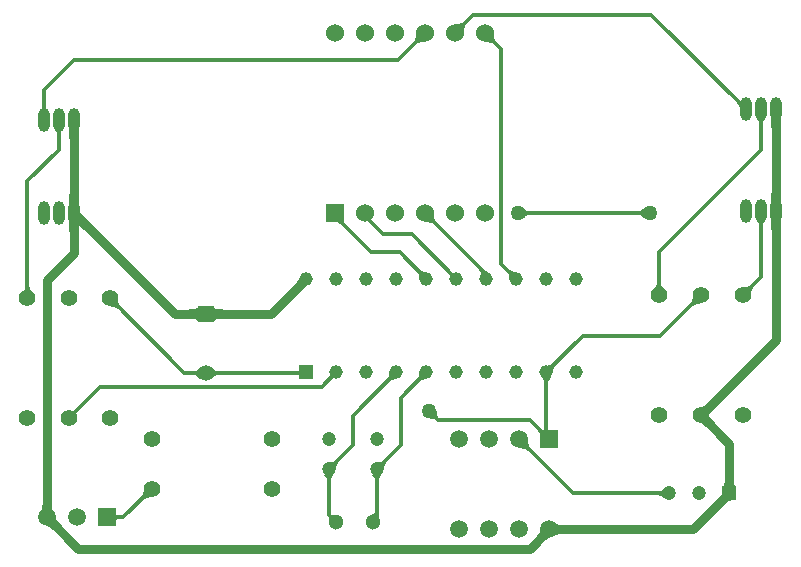
<source format=gtl>
G04 Layer_Physical_Order=1*
G04 Layer_Color=255*
%FSLAX25Y25*%
%MOIN*%
G70*
G01*
G75*
%ADD10C,0.01200*%
%ADD11C,0.03000*%
%ADD12C,0.06000*%
%ADD13R,0.06000X0.06000*%
%ADD14C,0.04724*%
%ADD15R,0.04724X0.04724*%
%ADD16R,0.04563X0.04563*%
%ADD17C,0.04563*%
%ADD18O,0.03937X0.07874*%
%ADD19O,0.03937X0.07874*%
%ADD20C,0.05512*%
%ADD21R,0.05315X0.05315*%
%ADD22C,0.05315*%
%ADD23R,0.05905X0.05905*%
%ADD24C,0.05905*%
%ADD25C,0.05118*%
%ADD26C,0.05905*%
%ADD27R,0.05905X0.05905*%
%ADD28C,0.05000*%
G36*
X11504Y-43338D02*
X11556Y-43911D01*
X11604Y-44170D01*
X11667Y-44412D01*
X11745Y-44636D01*
X11837Y-44842D01*
X11943Y-45030D01*
X12065Y-45200D01*
X12201Y-45353D01*
X11353Y-46201D01*
X11200Y-46065D01*
X11030Y-45943D01*
X10842Y-45837D01*
X10636Y-45745D01*
X10412Y-45667D01*
X10170Y-45604D01*
X9911Y-45556D01*
X9633Y-45523D01*
X9338Y-45504D01*
X9025Y-45500D01*
X11500Y-43025D01*
X11504Y-43338D01*
D02*
G37*
G36*
X103365Y-42757D02*
X103153Y-42974D01*
X102652Y-43566D01*
X102530Y-43743D01*
X102430Y-43909D01*
X102353Y-44066D01*
X102298Y-44212D01*
X102266Y-44347D01*
X102256Y-44472D01*
X99528Y-41744D01*
X99653Y-41734D01*
X99788Y-41702D01*
X99934Y-41647D01*
X100091Y-41570D01*
X100257Y-41470D01*
X100434Y-41348D01*
X100621Y-41203D01*
X101025Y-40847D01*
X101243Y-40635D01*
X103365Y-42757D01*
D02*
G37*
G36*
X49408Y-31951D02*
X49238Y-32146D01*
X49088Y-32340D01*
X48959Y-32535D01*
X48849Y-32729D01*
X48759Y-32923D01*
X48690Y-33117D01*
X48640Y-33310D01*
X48610Y-33503D01*
X48600Y-33696D01*
X47400D01*
X47390Y-33503D01*
X47360Y-33310D01*
X47310Y-33117D01*
X47240Y-32923D01*
X47151Y-32729D01*
X47041Y-32535D01*
X46911Y-32340D01*
X46762Y-32146D01*
X46592Y-31951D01*
X46403Y-31755D01*
X49597D01*
X49408Y-31951D01*
D02*
G37*
G36*
X102266Y-44653D02*
X102298Y-44789D01*
X102353Y-44934D01*
X102430Y-45090D01*
X102530Y-45257D01*
X102652Y-45434D01*
X102797Y-45621D01*
X103153Y-46025D01*
X103365Y-46243D01*
X101243Y-48365D01*
X101025Y-48153D01*
X100434Y-47652D01*
X100257Y-47530D01*
X100091Y-47430D01*
X99934Y-47353D01*
X99788Y-47298D01*
X99653Y-47266D01*
X99528Y-47256D01*
X102256Y-44528D01*
X102266Y-44653D01*
D02*
G37*
G36*
X-5458Y-60307D02*
X-5590Y-60453D01*
X-5708Y-60616D01*
X-5811Y-60794D01*
X-5900Y-60987D01*
X-5975Y-61196D01*
X-6036Y-61421D01*
X-6083Y-61661D01*
X-6115Y-61918D01*
X-6134Y-62189D01*
X-6138Y-62476D01*
X-8476Y-60138D01*
X-8189Y-60134D01*
X-7918Y-60115D01*
X-7661Y-60083D01*
X-7421Y-60036D01*
X-7196Y-59975D01*
X-6987Y-59900D01*
X-6794Y-59811D01*
X-6616Y-59707D01*
X-6453Y-59590D01*
X-6306Y-59458D01*
X-5458Y-60307D01*
D02*
G37*
G36*
X41957Y-52928D02*
X42013Y-53648D01*
X42066Y-53970D01*
X42134Y-54267D01*
X42219Y-54539D01*
X42321Y-54785D01*
X42438Y-55006D01*
X42572Y-55202D01*
X42721Y-55373D01*
X41873Y-56221D01*
X41702Y-56072D01*
X41506Y-55938D01*
X41285Y-55821D01*
X41039Y-55720D01*
X40767Y-55634D01*
X40470Y-55566D01*
X40148Y-55513D01*
X39801Y-55477D01*
X39029Y-55453D01*
X41953Y-52530D01*
X41957Y-52928D01*
D02*
G37*
G36*
X48606Y-48590D02*
X48624Y-48797D01*
X48654Y-48978D01*
X48696Y-49136D01*
X48750Y-49269D01*
X48816Y-49378D01*
X48894Y-49463D01*
X48984Y-49524D01*
X49086Y-49560D01*
X49200Y-49572D01*
X47757D01*
X46072Y-51257D01*
X46139Y-51165D01*
X46172Y-51056D01*
X46170Y-50929D01*
X46135Y-50785D01*
X46066Y-50624D01*
X45963Y-50446D01*
X45826Y-50250D01*
X45655Y-50037D01*
X45212Y-49560D01*
X46060Y-48712D01*
X46307Y-48950D01*
X46750Y-49326D01*
X46946Y-49463D01*
X47032Y-49513D01*
X47106Y-49463D01*
X47184Y-49378D01*
X47250Y-49269D01*
X47304Y-49136D01*
X47346Y-48978D01*
X47376Y-48797D01*
X47394Y-48590D01*
X47400Y-48360D01*
X48600D01*
X48606Y-48590D01*
D02*
G37*
G36*
X-34257Y-31543D02*
X-34269Y-31429D01*
X-34305Y-31327D01*
X-34366Y-31237D01*
X-34450Y-31159D01*
X-34560Y-31093D01*
X-34693Y-31039D01*
X-34850Y-30997D01*
X-35032Y-30967D01*
X-35238Y-30949D01*
X-35469Y-30943D01*
Y-29743D01*
X-35238Y-29737D01*
X-35032Y-29719D01*
X-34850Y-29689D01*
X-34693Y-29647D01*
X-34560Y-29593D01*
X-34450Y-29527D01*
X-34366Y-29449D01*
X-34305Y-29359D01*
X-34269Y-29257D01*
X-34257Y-29143D01*
Y-31543D01*
D02*
G37*
G36*
X50949Y-28026D02*
X50819Y-28169D01*
X50704Y-28327D01*
X50603Y-28499D01*
X50515Y-28685D01*
X50441Y-28886D01*
X50381Y-29101D01*
X50336Y-29330D01*
X50304Y-29573D01*
X50286Y-29831D01*
X50281Y-30103D01*
X48023Y-27845D01*
X48295Y-27841D01*
X48553Y-27822D01*
X48796Y-27790D01*
X49025Y-27744D01*
X49240Y-27685D01*
X49441Y-27611D01*
X49627Y-27523D01*
X49799Y-27422D01*
X49957Y-27307D01*
X50100Y-27177D01*
X50949Y-28026D01*
D02*
G37*
G36*
X-68145Y-13302D02*
X-68174Y-13084D01*
X-68265Y-12890D01*
X-68414Y-12718D01*
X-68625Y-12569D01*
X-68894Y-12444D01*
X-69225Y-12341D01*
X-69614Y-12260D01*
X-70065Y-12203D01*
X-70574Y-12169D01*
X-71144Y-12157D01*
Y-9157D01*
X-70574Y-9146D01*
X-69614Y-9054D01*
X-69225Y-8974D01*
X-68894Y-8871D01*
X-68625Y-8745D01*
X-68414Y-8597D01*
X-68265Y-8425D01*
X-68174Y-8230D01*
X-68145Y-8013D01*
Y-13302D01*
D02*
G37*
G36*
X-63357Y-28722D02*
X-62878Y-29125D01*
X-62644Y-29289D01*
X-62413Y-29427D01*
X-62186Y-29541D01*
X-61963Y-29629D01*
X-61744Y-29692D01*
X-61528Y-29730D01*
X-61317Y-29743D01*
Y-30943D01*
X-61528Y-30955D01*
X-61744Y-30993D01*
X-61963Y-31056D01*
X-62186Y-31144D01*
X-62413Y-31258D01*
X-62644Y-31396D01*
X-62878Y-31560D01*
X-63116Y-31749D01*
X-63357Y-31963D01*
X-63602Y-32203D01*
Y-28482D01*
X-63357Y-28722D01*
D02*
G37*
G36*
X-2023Y-32407D02*
X-2295Y-32412D01*
X-2553Y-32430D01*
X-2796Y-32462D01*
X-3025Y-32508D01*
X-3240Y-32567D01*
X-3441Y-32641D01*
X-3627Y-32728D01*
X-3799Y-32830D01*
X-3957Y-32945D01*
X-4100Y-33075D01*
X-4949Y-32226D01*
X-4819Y-32083D01*
X-4704Y-31925D01*
X-4603Y-31753D01*
X-4515Y-31567D01*
X-4441Y-31366D01*
X-4382Y-31151D01*
X-4336Y-30922D01*
X-4304Y-30679D01*
X-4285Y-30421D01*
X-4281Y-30149D01*
X-2023Y-32407D01*
D02*
G37*
G36*
X7977D02*
X7705Y-32412D01*
X7447Y-32430D01*
X7204Y-32462D01*
X6975Y-32508D01*
X6760Y-32567D01*
X6559Y-32641D01*
X6373Y-32728D01*
X6201Y-32830D01*
X6043Y-32945D01*
X5900Y-33075D01*
X5051Y-32226D01*
X5181Y-32083D01*
X5296Y-31925D01*
X5398Y-31753D01*
X5485Y-31567D01*
X5559Y-31366D01*
X5618Y-31151D01*
X5664Y-30922D01*
X5696Y-30679D01*
X5714Y-30421D01*
X5719Y-30149D01*
X7977Y-32407D01*
D02*
G37*
G36*
X-67398Y-32203D02*
X-67643Y-31963D01*
X-68122Y-31560D01*
X-68356Y-31396D01*
X-68587Y-31258D01*
X-68814Y-31144D01*
X-69037Y-31056D01*
X-69256Y-30993D01*
X-69472Y-30955D01*
X-69683Y-30943D01*
Y-29743D01*
X-69472Y-29730D01*
X-69256Y-29692D01*
X-69037Y-29629D01*
X-68814Y-29541D01*
X-68587Y-29427D01*
X-68356Y-29289D01*
X-68122Y-29125D01*
X-67884Y-28936D01*
X-67643Y-28722D01*
X-67398Y-28482D01*
Y-32203D01*
D02*
G37*
G36*
X-7900Y-76865D02*
X-7895Y-77040D01*
X-7859Y-77435D01*
X-7826Y-77655D01*
X-7675Y-78404D01*
X-7440Y-79286D01*
X-10400Y-77491D01*
X-10153Y-77429D01*
X-9932Y-77349D01*
X-9737Y-77250D01*
X-9568Y-77133D01*
X-9425Y-76996D01*
X-9308Y-76841D01*
X-9217Y-76667D01*
X-9152Y-76474D01*
X-9113Y-76263D01*
X-9100Y-76033D01*
X-7900Y-76865D01*
D02*
G37*
G36*
X-23955Y-77294D02*
X-23728Y-77478D01*
X-23622Y-77548D01*
X-23521Y-77601D01*
X-23426Y-77640D01*
X-23334Y-77663D01*
X-23248Y-77671D01*
X-23167Y-77663D01*
X-23091Y-77640D01*
X-24463Y-79012D01*
X-24440Y-78935D01*
X-24432Y-78854D01*
X-24440Y-78768D01*
X-24463Y-78677D01*
X-24501Y-78581D01*
X-24555Y-78480D01*
X-24624Y-78374D01*
X-24709Y-78263D01*
X-24809Y-78147D01*
X-24924Y-78027D01*
X-24076Y-77178D01*
X-23955Y-77294D01*
D02*
G37*
G36*
X-116994Y-74504D02*
X-116949Y-75077D01*
X-116909Y-75330D01*
X-116858Y-75562D01*
X-116796Y-75772D01*
X-116722Y-75959D01*
X-116637Y-76125D01*
X-116541Y-76269D01*
X-116433Y-76391D01*
X-120567D01*
X-120459Y-76269D01*
X-120363Y-76125D01*
X-120278Y-75959D01*
X-120204Y-75772D01*
X-120142Y-75562D01*
X-120091Y-75330D01*
X-120051Y-75077D01*
X-120023Y-74801D01*
X-120000Y-74185D01*
X-117000D01*
X-116994Y-74504D01*
D02*
G37*
G36*
X-95560Y-77414D02*
X-95524Y-77516D01*
X-95463Y-77606D01*
X-95378Y-77684D01*
X-95269Y-77750D01*
X-95136Y-77804D01*
X-94978Y-77846D01*
X-94797Y-77876D01*
X-94591Y-77894D01*
X-94360Y-77900D01*
Y-79100D01*
X-94591Y-79106D01*
X-94797Y-79124D01*
X-94978Y-79154D01*
X-95136Y-79196D01*
X-95269Y-79250D01*
X-95378Y-79316D01*
X-95463Y-79394D01*
X-95524Y-79484D01*
X-95560Y-79586D01*
X-95572Y-79700D01*
Y-77300D01*
X-95560Y-77414D01*
D02*
G37*
G36*
X48970Y-85453D02*
X48808Y-85463D01*
X48638Y-85496D01*
X48461Y-85554D01*
X48276Y-85634D01*
X48083Y-85738D01*
X47883Y-85866D01*
X47676Y-86017D01*
X47461Y-86192D01*
X47010Y-86612D01*
X44888Y-84491D01*
X45110Y-84261D01*
X45483Y-83824D01*
X45634Y-83617D01*
X45762Y-83417D01*
X45866Y-83224D01*
X45946Y-83039D01*
X46004Y-82862D01*
X46037Y-82692D01*
X46047Y-82529D01*
X48970Y-85453D01*
D02*
G37*
G36*
X51231Y-80541D02*
X51375Y-80637D01*
X51541Y-80722D01*
X51728Y-80796D01*
X51938Y-80858D01*
X52170Y-80909D01*
X52423Y-80949D01*
X52699Y-80977D01*
X53315Y-81000D01*
Y-84000D01*
X52996Y-84006D01*
X52423Y-84051D01*
X52170Y-84091D01*
X51938Y-84142D01*
X51728Y-84204D01*
X51541Y-84278D01*
X51375Y-84363D01*
X51231Y-84459D01*
X51109Y-84567D01*
Y-80433D01*
X51231Y-80541D01*
D02*
G37*
G36*
X-115537Y-78692D02*
X-115504Y-78862D01*
X-115446Y-79039D01*
X-115366Y-79224D01*
X-115262Y-79417D01*
X-115134Y-79616D01*
X-114983Y-79824D01*
X-114808Y-80039D01*
X-114388Y-80490D01*
X-116509Y-82612D01*
X-116739Y-82390D01*
X-117176Y-82017D01*
X-117384Y-81866D01*
X-117583Y-81739D01*
X-117776Y-81634D01*
X-117961Y-81554D01*
X-118138Y-81496D01*
X-118308Y-81463D01*
X-118471Y-81453D01*
X-115547Y-78530D01*
X-115537Y-78692D01*
D02*
G37*
G36*
X-23047Y-64393D02*
X-23226Y-64598D01*
X-23384Y-64802D01*
X-23521Y-65005D01*
X-23637Y-65207D01*
X-23731Y-65408D01*
X-23805Y-65608D01*
X-23858Y-65807D01*
X-23889Y-66005D01*
X-23900Y-66202D01*
X-25100D01*
X-25111Y-66005D01*
X-25142Y-65807D01*
X-25195Y-65608D01*
X-25269Y-65408D01*
X-25363Y-65207D01*
X-25479Y-65005D01*
X-25616Y-64802D01*
X-25774Y-64598D01*
X-25953Y-64393D01*
X-26153Y-64187D01*
X-22847D01*
X-23047Y-64393D01*
D02*
G37*
G36*
X-7047D02*
X-7226Y-64598D01*
X-7384Y-64802D01*
X-7521Y-65005D01*
X-7637Y-65207D01*
X-7731Y-65408D01*
X-7805Y-65608D01*
X-7858Y-65807D01*
X-7890Y-66005D01*
X-7900Y-66202D01*
X-9100D01*
X-9110Y-66005D01*
X-9142Y-65807D01*
X-9195Y-65608D01*
X-9269Y-65408D01*
X-9363Y-65207D01*
X-9479Y-65005D01*
X-9616Y-64802D01*
X-9774Y-64598D01*
X-9953Y-64393D01*
X-10153Y-64187D01*
X-6847D01*
X-7047Y-64393D01*
D02*
G37*
G36*
X-21458Y-60307D02*
X-21590Y-60453D01*
X-21708Y-60616D01*
X-21811Y-60794D01*
X-21900Y-60987D01*
X-21975Y-61196D01*
X-22036Y-61421D01*
X-22083Y-61661D01*
X-22115Y-61918D01*
X-22134Y-62189D01*
X-22138Y-62476D01*
X-24476Y-60138D01*
X-24189Y-60134D01*
X-23918Y-60115D01*
X-23662Y-60083D01*
X-23421Y-60036D01*
X-23196Y-59975D01*
X-22987Y-59900D01*
X-22794Y-59811D01*
X-22616Y-59707D01*
X-22453Y-59590D01*
X-22307Y-59458D01*
X-21458Y-60307D01*
D02*
G37*
G36*
X110509Y-65721D02*
X110576Y-66681D01*
X110636Y-67071D01*
X110712Y-67401D01*
X110806Y-67671D01*
X110916Y-67881D01*
X111044Y-68031D01*
X111188Y-68121D01*
X111349Y-68151D01*
X106651D01*
X106812Y-68121D01*
X106957Y-68031D01*
X107084Y-67881D01*
X107194Y-67671D01*
X107288Y-67401D01*
X107364Y-67071D01*
X107424Y-66681D01*
X107466Y-66231D01*
X107500Y-65151D01*
X110500D01*
X110509Y-65721D01*
D02*
G37*
G36*
X110893Y-72849D02*
X110660Y-72680D01*
X110384Y-72595D01*
X110066D01*
X109705Y-72680D01*
X109302Y-72849D01*
X108857Y-73104D01*
X108369Y-73443D01*
X107839Y-73867D01*
X106651Y-74971D01*
X104530Y-72849D01*
X105123Y-72234D01*
X106057Y-71131D01*
X106396Y-70643D01*
X106651Y-70198D01*
X106820Y-69794D01*
X106905Y-69434D01*
Y-69116D01*
X106820Y-68840D01*
X106651Y-68607D01*
X110893Y-72849D01*
D02*
G37*
G36*
X-83528Y-71756D02*
X-83889Y-71760D01*
X-84545Y-71815D01*
X-84840Y-71865D01*
X-85113Y-71931D01*
X-85364Y-72013D01*
X-85593Y-72110D01*
X-85799Y-72223D01*
X-85984Y-72352D01*
X-86147Y-72496D01*
X-86996Y-71647D01*
X-86852Y-71484D01*
X-86723Y-71299D01*
X-86610Y-71093D01*
X-86513Y-70864D01*
X-86431Y-70613D01*
X-86365Y-70340D01*
X-86314Y-70045D01*
X-86279Y-69728D01*
X-86260Y-69389D01*
X-86256Y-69028D01*
X-83528Y-71756D01*
D02*
G37*
G36*
X87313Y-72154D02*
X87107Y-71953D01*
X86902Y-71774D01*
X86698Y-71616D01*
X86495Y-71479D01*
X86293Y-71363D01*
X86092Y-71269D01*
X85892Y-71195D01*
X85693Y-71142D01*
X85495Y-71110D01*
X85298Y-71100D01*
Y-69900D01*
X85495Y-69889D01*
X85693Y-69858D01*
X85892Y-69805D01*
X86092Y-69731D01*
X86293Y-69637D01*
X86495Y-69521D01*
X86698Y-69384D01*
X86902Y-69226D01*
X87107Y-69047D01*
X87313Y-68846D01*
Y-72154D01*
D02*
G37*
G36*
X126002Y29155D02*
X126169Y26537D01*
X126209Y26455D01*
X122791D01*
X122831Y26537D01*
X122866Y26673D01*
X122898Y26864D01*
X122925Y27110D01*
X122981Y28173D01*
X123000Y29728D01*
X126000D01*
X126002Y29155D01*
D02*
G37*
G36*
X-107831Y50963D02*
X-107866Y50827D01*
X-107898Y50636D01*
X-107925Y50390D01*
X-107981Y49327D01*
X-108000Y47772D01*
X-111000D01*
X-111002Y48345D01*
X-111169Y50963D01*
X-111209Y51045D01*
X-107791D01*
X-107831Y50963D01*
D02*
G37*
G36*
X-113420Y50480D02*
X-113521Y50434D01*
X-113610Y50358D01*
X-113687Y50250D01*
X-113752Y50112D01*
X-113805Y49944D01*
X-113847Y49744D01*
X-113876Y49514D01*
X-113894Y49254D01*
X-113900Y48962D01*
X-115100D01*
X-115106Y49254D01*
X-115153Y49744D01*
X-115195Y49944D01*
X-115248Y50112D01*
X-115313Y50250D01*
X-115390Y50358D01*
X-115479Y50434D01*
X-115580Y50480D01*
X-115693Y50496D01*
X-113307D01*
X-113420Y50480D01*
D02*
G37*
G36*
X-107998Y28655D02*
X-107831Y26037D01*
X-107791Y25955D01*
X-111209D01*
X-111169Y26037D01*
X-111134Y26173D01*
X-111102Y26364D01*
X-111075Y26610D01*
X-111019Y27673D01*
X-111000Y29228D01*
X-108000D01*
X-107998Y28655D01*
D02*
G37*
G36*
X10504Y22563D02*
X10561Y21827D01*
X10614Y21498D01*
X10683Y21196D01*
X10769Y20919D01*
X10871Y20668D01*
X10990Y20444D01*
X11124Y20245D01*
X11276Y20073D01*
X10427Y19225D01*
X10255Y19376D01*
X10056Y19510D01*
X9832Y19629D01*
X9581Y19731D01*
X9304Y19817D01*
X9002Y19886D01*
X8673Y19939D01*
X8318Y19976D01*
X7530Y20000D01*
X10500Y22970D01*
X10504Y22563D01*
D02*
G37*
G36*
X40510Y24532D02*
X40951Y24163D01*
X41169Y24014D01*
X41384Y23888D01*
X41597Y23784D01*
X41808Y23704D01*
X42017Y23646D01*
X42223Y23611D01*
X42427Y23600D01*
Y22400D01*
X42223Y22388D01*
X42017Y22354D01*
X41808Y22297D01*
X41597Y22216D01*
X41384Y22113D01*
X41169Y21986D01*
X40951Y21836D01*
X40732Y21664D01*
X40510Y21468D01*
X40285Y21250D01*
Y24750D01*
X40510Y24532D01*
D02*
G37*
G36*
X80715Y21250D02*
X80490Y21468D01*
X80049Y21836D01*
X79831Y21986D01*
X79616Y22113D01*
X79403Y22216D01*
X79192Y22297D01*
X78983Y22354D01*
X78777Y22388D01*
X78573Y22400D01*
Y23600D01*
X78777Y23611D01*
X78983Y23646D01*
X79192Y23704D01*
X79403Y23784D01*
X79616Y23888D01*
X79831Y24014D01*
X80049Y24163D01*
X80268Y24336D01*
X80490Y24532D01*
X80715Y24750D01*
Y21250D01*
D02*
G37*
G36*
X7470Y80000D02*
X7063Y79996D01*
X6327Y79939D01*
X5998Y79886D01*
X5696Y79817D01*
X5419Y79731D01*
X5168Y79629D01*
X4944Y79510D01*
X4745Y79376D01*
X4573Y79224D01*
X3725Y80073D01*
X3876Y80245D01*
X4010Y80444D01*
X4129Y80668D01*
X4231Y80919D01*
X4317Y81196D01*
X4386Y81498D01*
X4439Y81827D01*
X4476Y82182D01*
X4500Y82970D01*
X7470Y80000D01*
D02*
G37*
G36*
X30504Y82563D02*
X30561Y81827D01*
X30614Y81498D01*
X30683Y81196D01*
X30769Y80919D01*
X30871Y80668D01*
X30990Y80444D01*
X31124Y80245D01*
X31275Y80073D01*
X30427Y79224D01*
X30255Y79376D01*
X30056Y79510D01*
X29832Y79629D01*
X29581Y79731D01*
X29304Y79817D01*
X29002Y79886D01*
X28673Y79939D01*
X28318Y79976D01*
X27530Y80000D01*
X30500Y82970D01*
X30504Y82563D01*
D02*
G37*
G36*
X21275Y85927D02*
X21124Y85755D01*
X20990Y85556D01*
X20871Y85332D01*
X20769Y85081D01*
X20683Y84804D01*
X20614Y84502D01*
X20561Y84173D01*
X20524Y83818D01*
X20500Y83030D01*
X17530Y86000D01*
X17937Y86004D01*
X18673Y86061D01*
X19002Y86114D01*
X19304Y86183D01*
X19581Y86269D01*
X19832Y86371D01*
X20056Y86490D01*
X20255Y86624D01*
X20427Y86775D01*
X21275Y85927D01*
D02*
G37*
G36*
X112028Y60829D02*
X112211Y60672D01*
X112374Y60551D01*
X112520Y60465D01*
X112646Y60415D01*
X112754Y60401D01*
X112843Y60423D01*
X112913Y60480D01*
X112964Y60574D01*
X112996Y60703D01*
X112539Y57776D01*
X112550Y57924D01*
X112540Y58076D01*
X112509Y58233D01*
X112455Y58395D01*
X112380Y58562D01*
X112283Y58735D01*
X112164Y58912D01*
X112024Y59094D01*
X111862Y59281D01*
X111678Y59473D01*
X111826Y61023D01*
X112028Y60829D01*
D02*
G37*
G36*
X126169Y54463D02*
X126134Y54327D01*
X126102Y54136D01*
X126075Y53891D01*
X126019Y52827D01*
X126000Y51272D01*
X123000D01*
X122998Y51845D01*
X122831Y54463D01*
X122791Y54545D01*
X126209D01*
X126169Y54463D01*
D02*
G37*
G36*
X120580Y53980D02*
X120479Y53934D01*
X120390Y53858D01*
X120313Y53750D01*
X120248Y53612D01*
X120195Y53444D01*
X120153Y53244D01*
X120124Y53014D01*
X120106Y52754D01*
X120100Y52462D01*
X118900D01*
X118894Y52754D01*
X118847Y53244D01*
X118805Y53444D01*
X118752Y53612D01*
X118687Y53750D01*
X118610Y53858D01*
X118521Y53934D01*
X118420Y53980D01*
X118307Y53996D01*
X120693D01*
X120580Y53980D01*
D02*
G37*
G36*
X-118894Y58746D02*
X-118847Y58256D01*
X-118805Y58056D01*
X-118752Y57888D01*
X-118687Y57750D01*
X-118610Y57642D01*
X-118521Y57566D01*
X-118420Y57520D01*
X-118307Y57504D01*
X-120693D01*
X-120580Y57520D01*
X-120479Y57566D01*
X-120390Y57642D01*
X-120313Y57750D01*
X-120248Y57888D01*
X-120195Y58056D01*
X-120153Y58256D01*
X-120124Y58486D01*
X-120106Y58746D01*
X-120100Y59038D01*
X-118900D01*
X-118894Y58746D01*
D02*
G37*
G36*
X-19533Y20005D02*
X-19534Y19979D01*
X-19514Y19937D01*
X-19474Y19877D01*
X-19414Y19801D01*
X-19235Y19597D01*
X-18816Y19164D01*
X-20513D01*
X-20683Y19326D01*
X-20852Y19470D01*
X-21022Y19597D01*
X-21192Y19707D01*
X-21362Y19801D01*
X-21531Y19877D01*
X-21701Y19937D01*
X-21871Y19979D01*
X-22040Y20005D01*
X-22210Y20013D01*
X-19513D01*
X-19533Y20005D01*
D02*
G37*
G36*
X-124387Y-1374D02*
X-124347Y-1595D01*
X-124280Y-1821D01*
X-124187Y-2052D01*
X-124068Y-2287D01*
X-123922Y-2527D01*
X-123749Y-2771D01*
X-123549Y-3020D01*
X-123323Y-3274D01*
X-123071Y-3532D01*
X-126929D01*
X-126677Y-3274D01*
X-126251Y-2771D01*
X-126078Y-2527D01*
X-125932Y-2287D01*
X-125813Y-2052D01*
X-125720Y-1821D01*
X-125653Y-1595D01*
X-125613Y-1374D01*
X-125600Y-1157D01*
X-124400D01*
X-124387Y-1374D01*
D02*
G37*
G36*
X86113Y-374D02*
X86153Y-595D01*
X86220Y-821D01*
X86313Y-1051D01*
X86432Y-1287D01*
X86579Y-1527D01*
X86751Y-1771D01*
X86951Y-2020D01*
X87177Y-2274D01*
X87429Y-2532D01*
X83571D01*
X83823Y-2274D01*
X84249Y-1771D01*
X84421Y-1527D01*
X84568Y-1287D01*
X84687Y-1051D01*
X84780Y-821D01*
X84847Y-595D01*
X84887Y-374D01*
X84900Y-157D01*
X86100D01*
X86113Y-374D01*
D02*
G37*
G36*
X-32023Y-1155D02*
X-32058Y-1165D01*
X-32110Y-1194D01*
X-32179Y-1242D01*
X-32264Y-1309D01*
X-32619Y-1627D01*
X-33123Y-2118D01*
X-35244Y3D01*
X-35061Y188D01*
X-34291Y1068D01*
X-34281Y1103D01*
X-32023Y-1155D01*
D02*
G37*
G36*
X116996Y-1853D02*
X116852Y-2016D01*
X116723Y-2200D01*
X116610Y-2407D01*
X116513Y-2636D01*
X116431Y-2887D01*
X116365Y-3160D01*
X116314Y-3455D01*
X116279Y-3772D01*
X116260Y-4111D01*
X116256Y-4472D01*
X113528Y-1744D01*
X113889Y-1740D01*
X114545Y-1685D01*
X114840Y-1635D01*
X115113Y-1569D01*
X115364Y-1487D01*
X115593Y-1390D01*
X115799Y-1277D01*
X115984Y-1148D01*
X116147Y-1005D01*
X116996Y-1853D01*
D02*
G37*
G36*
X-62826Y-8230D02*
X-62735Y-8425D01*
X-62586Y-8597D01*
X-62375Y-8745D01*
X-62106Y-8871D01*
X-61775Y-8974D01*
X-61386Y-9054D01*
X-60935Y-9112D01*
X-60426Y-9146D01*
X-59856Y-9157D01*
Y-12157D01*
X-60426Y-12169D01*
X-61386Y-12260D01*
X-61775Y-12341D01*
X-62106Y-12444D01*
X-62375Y-12569D01*
X-62586Y-12718D01*
X-62735Y-12890D01*
X-62826Y-13084D01*
X-62855Y-13302D01*
Y-8013D01*
X-62826Y-8230D01*
D02*
G37*
G36*
X-94740Y-5889D02*
X-94686Y-6545D01*
X-94635Y-6840D01*
X-94569Y-7113D01*
X-94487Y-7364D01*
X-94390Y-7593D01*
X-94277Y-7800D01*
X-94148Y-7984D01*
X-94004Y-8147D01*
X-94853Y-8996D01*
X-95016Y-8852D01*
X-95201Y-8723D01*
X-95407Y-8610D01*
X-95636Y-8513D01*
X-95887Y-8431D01*
X-96160Y-8365D01*
X-96455Y-8315D01*
X-96772Y-8279D01*
X-97111Y-8260D01*
X-97472Y-8256D01*
X-94744Y-5528D01*
X-94740Y-5889D01*
D02*
G37*
G36*
X99472Y-7256D02*
X99111Y-7260D01*
X98455Y-7315D01*
X98160Y-7365D01*
X97887Y-7431D01*
X97636Y-7513D01*
X97407Y-7610D01*
X97201Y-7723D01*
X97016Y-7852D01*
X96853Y-7995D01*
X96004Y-7147D01*
X96148Y-6984D01*
X96277Y-6799D01*
X96390Y-6593D01*
X96487Y-6364D01*
X96569Y-6113D01*
X96635Y-5840D01*
X96685Y-5545D01*
X96721Y-5228D01*
X96740Y-4889D01*
X96744Y-4528D01*
X99472Y-7256D01*
D02*
G37*
G36*
X126169Y20463D02*
X126134Y20327D01*
X126102Y20136D01*
X126075Y19891D01*
X126019Y18827D01*
X126000Y17272D01*
X123000D01*
X122998Y17845D01*
X122831Y20463D01*
X122791Y20545D01*
X126209D01*
X126169Y20463D01*
D02*
G37*
G36*
X-107651Y24980D02*
X-107655Y24625D01*
X-107596Y24250D01*
X-107473Y23853D01*
X-107287Y23435D01*
X-107037Y22996D01*
X-106724Y22535D01*
X-106348Y22053D01*
X-105908Y21551D01*
X-105405Y21027D01*
X-106070Y17448D01*
X-106432Y17792D01*
X-106790Y18096D01*
X-107143Y18358D01*
X-107493Y18580D01*
X-107838Y18762D01*
X-107956Y18810D01*
X-107981Y18327D01*
X-108000Y16772D01*
X-111000D01*
X-111002Y17345D01*
X-111169Y19963D01*
X-111209Y20045D01*
X-109198D01*
X-107584Y25313D01*
X-107651Y24980D01*
D02*
G37*
G36*
X120580Y19980D02*
X120479Y19934D01*
X120390Y19858D01*
X120313Y19750D01*
X120248Y19612D01*
X120195Y19444D01*
X120153Y19244D01*
X120124Y19014D01*
X120106Y18754D01*
X120100Y18462D01*
X118900D01*
X118894Y18754D01*
X118847Y19244D01*
X118805Y19444D01*
X118752Y19612D01*
X118687Y19750D01*
X118610Y19858D01*
X118521Y19934D01*
X118420Y19980D01*
X118307Y19996D01*
X120693D01*
X120580Y19980D01*
D02*
G37*
G36*
X6043Y3945D02*
X6201Y3830D01*
X6373Y3729D01*
X6559Y3641D01*
X6760Y3567D01*
X6975Y3508D01*
X7204Y3462D01*
X7447Y3430D01*
X7705Y3412D01*
X7977Y3407D01*
X5719Y1149D01*
X5714Y1421D01*
X5696Y1679D01*
X5664Y1922D01*
X5618Y2151D01*
X5559Y2366D01*
X5485Y2567D01*
X5398Y2753D01*
X5296Y2925D01*
X5181Y3083D01*
X5051Y3226D01*
X5900Y4075D01*
X6043Y3945D01*
D02*
G37*
G36*
X36043D02*
X36201Y3830D01*
X36373Y3729D01*
X36559Y3641D01*
X36760Y3567D01*
X36975Y3508D01*
X37204Y3462D01*
X37447Y3430D01*
X37705Y3412D01*
X37977Y3407D01*
X35719Y1149D01*
X35715Y1421D01*
X35696Y1679D01*
X35664Y1922D01*
X35618Y2151D01*
X35559Y2366D01*
X35485Y2567D01*
X35397Y2753D01*
X35296Y2925D01*
X35181Y3083D01*
X35051Y3226D01*
X35900Y4075D01*
X36043Y3945D01*
D02*
G37*
G36*
X27090Y4266D02*
X27224Y4156D01*
X27544Y3930D01*
X27730Y3815D01*
X28393Y3459D01*
X28922Y3213D01*
X25945Y2118D01*
X26036Y2329D01*
X26101Y2534D01*
X26141Y2733D01*
X26155Y2925D01*
X26144Y3111D01*
X26106Y3291D01*
X26044Y3465D01*
X25956Y3632D01*
X25842Y3793D01*
X25703Y3948D01*
X26974Y4375D01*
X27090Y4266D01*
D02*
G37*
%LPC*%
G36*
X47757Y-49572D02*
X47138D01*
X47285Y-49635D01*
X47429Y-49670D01*
X47556Y-49672D01*
X47665Y-49639D01*
X47757Y-49572D01*
D02*
G37*
%LPD*%
D10*
X-114500Y44000D02*
Y54000D01*
X-125000Y33500D02*
X-114500Y44000D01*
X-125000Y-5500D02*
Y33500D01*
X-32217Y-30343D02*
X-32000Y-30126D01*
X38500Y23000D02*
X82500D01*
X27500Y83000D02*
X33000Y77500D01*
Y6126D02*
Y77500D01*
Y6126D02*
X38000Y1126D01*
X86000Y-18000D02*
X99500Y-4500D01*
X60126Y-18000D02*
X86000D01*
X48000Y-30126D02*
X60126Y-18000D01*
X42500Y-46000D02*
X48000Y-51500D01*
X12000Y-46000D02*
X42500D01*
X9000Y-43000D02*
X12000Y-46000D01*
X48000Y-51500D02*
X49000Y-52500D01*
X-98500Y-78500D02*
X-93000D01*
X-83500Y-69000D01*
X-24500Y-77602D02*
X-22102Y-80000D01*
X-24500Y-77602D02*
Y-62500D01*
X-9898Y-80000D02*
X-8500Y-78602D01*
Y-62500D01*
X-24500D02*
X-16500Y-54500D01*
Y-44626D01*
X-2000Y-30126D01*
X-8500Y-62500D02*
X-500Y-54500D01*
Y-38626D01*
X8000Y-30126D01*
X57000Y-70500D02*
X89000D01*
X39000Y-52500D02*
X57000Y-70500D01*
X48000Y-51500D02*
Y-30126D01*
X119500Y44000D02*
Y57500D01*
X85500Y10000D02*
X119500Y44000D01*
X85500Y-4500D02*
Y10000D01*
X113500Y-4500D02*
X119500Y1500D01*
Y23500D01*
X-72657Y-30343D02*
X-65500D01*
X-97500Y-5500D02*
X-72657Y-30343D01*
X-10500Y10000D02*
X-874D01*
X-22500Y22000D02*
X-10500Y10000D01*
X-22500Y22000D02*
Y23000D01*
X-12500Y22000D02*
Y23000D01*
X-874Y10000D02*
X8000Y1126D01*
X28000D02*
Y2500D01*
X7500Y23000D02*
X28000Y2500D01*
X83000Y89000D02*
X114500Y57500D01*
X23500Y89000D02*
X83000D01*
X17500Y83000D02*
X23500Y89000D01*
X-119500Y54000D02*
Y64000D01*
X-109500Y74000D01*
X-1500D01*
X7500Y83000D01*
X-65500Y-30343D02*
X-32217D01*
X-111250Y-45500D02*
X-100750Y-35000D01*
X-26874D01*
X-22000Y-30126D01*
X-12500Y22000D02*
X-6500Y16000D01*
X3126D01*
X18000Y1126D01*
D11*
X-109500Y9500D02*
Y23000D01*
X-118500Y500D02*
X-109500Y9500D01*
Y23000D02*
Y54000D01*
X42500Y-89000D02*
X49000Y-82500D01*
X-108000Y-89000D02*
X42500D01*
X-118500Y-78500D02*
X-108000Y-89000D01*
X49000Y-82500D02*
X97000D01*
X109000Y-70500D01*
Y-54000D01*
X99500Y-44500D02*
X109000Y-54000D01*
X99500Y-44500D02*
X124500Y-19500D01*
Y23500D01*
Y57500D01*
X-65500Y-10657D02*
X-43783D01*
X-75843D02*
X-65500D01*
X-109500Y23000D02*
X-75843Y-10657D01*
X-118500Y-78500D02*
Y500D01*
X-43783Y-10657D02*
X-32000Y1126D01*
D12*
X-22500Y83000D02*
D03*
X-12500D02*
D03*
X-2500D02*
D03*
X7500D02*
D03*
X17500D02*
D03*
X27500D02*
D03*
Y23000D02*
D03*
X17500D02*
D03*
X7500D02*
D03*
X-2500D02*
D03*
X-12500D02*
D03*
D13*
X-22500D02*
D03*
D14*
X89000Y-70500D02*
D03*
X99000D02*
D03*
X-24500Y-52500D02*
D03*
Y-62500D02*
D03*
X-8500Y-52500D02*
D03*
Y-62500D02*
D03*
D15*
X109000Y-70500D02*
D03*
D16*
X-32000Y-30126D02*
D03*
D17*
X-22000D02*
D03*
X-12000D02*
D03*
X-2000D02*
D03*
X8000D02*
D03*
X18000D02*
D03*
X28000D02*
D03*
X38000D02*
D03*
X48000D02*
D03*
X58000D02*
D03*
Y1126D02*
D03*
X48000D02*
D03*
X38000D02*
D03*
X28000D02*
D03*
X18000D02*
D03*
X8000D02*
D03*
X-2000D02*
D03*
X-12000D02*
D03*
X-22000D02*
D03*
X-32000D02*
D03*
D18*
X-109500Y54000D02*
D03*
Y23000D02*
D03*
X124500Y57500D02*
D03*
Y23500D02*
D03*
D19*
X-114500Y54000D02*
D03*
X-119500D02*
D03*
X-114500Y23000D02*
D03*
X-119500D02*
D03*
X119500Y57500D02*
D03*
X114500D02*
D03*
X119500Y23500D02*
D03*
X114500D02*
D03*
D20*
X-125000Y-5500D02*
D03*
Y-45500D02*
D03*
X-111250Y-5500D02*
D03*
Y-45500D02*
D03*
X-97500Y-5500D02*
D03*
Y-45500D02*
D03*
X85500Y-4500D02*
D03*
Y-44500D02*
D03*
X99500Y-4500D02*
D03*
Y-44500D02*
D03*
X113500Y-4500D02*
D03*
Y-44500D02*
D03*
X-43500Y-69000D02*
D03*
X-83500D02*
D03*
Y-52500D02*
D03*
X-43500D02*
D03*
D21*
X-65500Y-10657D02*
D03*
D22*
Y-30343D02*
D03*
D23*
X49000Y-52500D02*
D03*
D24*
X39000D02*
D03*
X29000D02*
D03*
X19000D02*
D03*
X49000Y-82500D02*
D03*
X39000D02*
D03*
X29000D02*
D03*
X19000D02*
D03*
D25*
X-22102Y-80000D02*
D03*
X-9898D02*
D03*
D26*
X-118500Y-78500D02*
D03*
X-108500D02*
D03*
D27*
X-98500D02*
D03*
D28*
X82500Y23000D02*
D03*
X38500D02*
D03*
X9000Y-43000D02*
D03*
M02*

</source>
